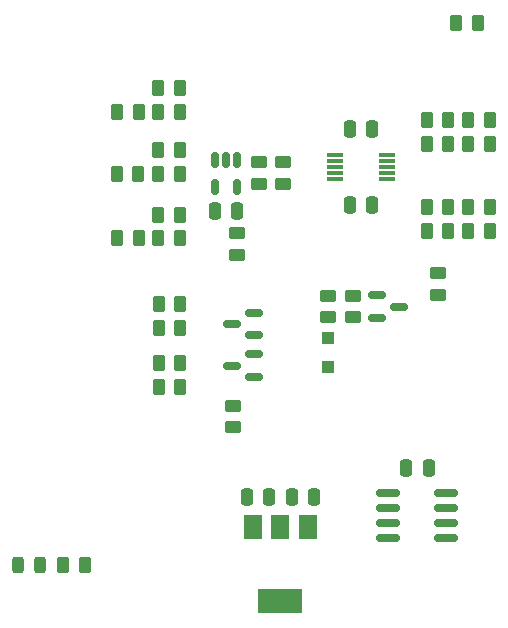
<source format=gbr>
%TF.GenerationSoftware,KiCad,Pcbnew,(6.0.7)*%
%TF.CreationDate,2022-10-07T02:42:22+02:00*%
%TF.ProjectId,RGB-YPbPr-Converter,5247422d-5950-4625-9072-2d436f6e7665,rev?*%
%TF.SameCoordinates,Original*%
%TF.FileFunction,Paste,Top*%
%TF.FilePolarity,Positive*%
%FSLAX46Y46*%
G04 Gerber Fmt 4.6, Leading zero omitted, Abs format (unit mm)*
G04 Created by KiCad (PCBNEW (6.0.7)) date 2022-10-07 02:42:22*
%MOMM*%
%LPD*%
G01*
G04 APERTURE LIST*
G04 Aperture macros list*
%AMRoundRect*
0 Rectangle with rounded corners*
0 $1 Rounding radius*
0 $2 $3 $4 $5 $6 $7 $8 $9 X,Y pos of 4 corners*
0 Add a 4 corners polygon primitive as box body*
4,1,4,$2,$3,$4,$5,$6,$7,$8,$9,$2,$3,0*
0 Add four circle primitives for the rounded corners*
1,1,$1+$1,$2,$3*
1,1,$1+$1,$4,$5*
1,1,$1+$1,$6,$7*
1,1,$1+$1,$8,$9*
0 Add four rect primitives between the rounded corners*
20,1,$1+$1,$2,$3,$4,$5,0*
20,1,$1+$1,$4,$5,$6,$7,0*
20,1,$1+$1,$6,$7,$8,$9,0*
20,1,$1+$1,$8,$9,$2,$3,0*%
G04 Aperture macros list end*
%ADD10RoundRect,0.250000X0.262500X0.450000X-0.262500X0.450000X-0.262500X-0.450000X0.262500X-0.450000X0*%
%ADD11RoundRect,0.250000X-0.262500X-0.450000X0.262500X-0.450000X0.262500X0.450000X-0.262500X0.450000X0*%
%ADD12RoundRect,0.250000X0.250000X0.475000X-0.250000X0.475000X-0.250000X-0.475000X0.250000X-0.475000X0*%
%ADD13RoundRect,0.150000X-0.825000X-0.150000X0.825000X-0.150000X0.825000X0.150000X-0.825000X0.150000X0*%
%ADD14R,1.000000X1.000000*%
%ADD15RoundRect,0.250000X0.450000X-0.262500X0.450000X0.262500X-0.450000X0.262500X-0.450000X-0.262500X0*%
%ADD16RoundRect,0.250000X-0.450000X0.262500X-0.450000X-0.262500X0.450000X-0.262500X0.450000X0.262500X0*%
%ADD17R,1.400000X0.300000*%
%ADD18R,3.800000X2.000000*%
%ADD19R,1.500000X2.000000*%
%ADD20RoundRect,0.150000X-0.587500X-0.150000X0.587500X-0.150000X0.587500X0.150000X-0.587500X0.150000X0*%
%ADD21RoundRect,0.150000X0.587500X0.150000X-0.587500X0.150000X-0.587500X-0.150000X0.587500X-0.150000X0*%
%ADD22RoundRect,0.250000X-0.250000X-0.475000X0.250000X-0.475000X0.250000X0.475000X-0.250000X0.475000X0*%
%ADD23RoundRect,0.150000X-0.150000X0.512500X-0.150000X-0.512500X0.150000X-0.512500X0.150000X0.512500X0*%
%ADD24RoundRect,0.243750X-0.243750X-0.456250X0.243750X-0.456250X0.243750X0.456250X-0.243750X0.456250X0*%
G04 APERTURE END LIST*
D10*
%TO.C,R30*%
X145612500Y-133600000D03*
X143787500Y-133600000D03*
%TD*%
%TO.C,R28*%
X145612500Y-124200000D03*
X143787500Y-124200000D03*
%TD*%
D11*
%TO.C,R26*%
X147287500Y-131600000D03*
X149112500Y-131600000D03*
%TD*%
%TO.C,R25*%
X147287500Y-126200000D03*
X149112500Y-126200000D03*
%TD*%
%TO.C,R14*%
X121037500Y-123500000D03*
X122862500Y-123500000D03*
%TD*%
%TO.C,R13*%
X121037500Y-128750000D03*
X122862500Y-128750000D03*
%TD*%
%TO.C,R12*%
X121037500Y-134221951D03*
X122862500Y-134221951D03*
%TD*%
D12*
%TO.C,C2*%
X130442267Y-156100000D03*
X128542267Y-156100000D03*
%TD*%
%TO.C,C8*%
X139150000Y-125000000D03*
X137250000Y-125000000D03*
%TD*%
D13*
%TO.C,U2*%
X140464541Y-155795000D03*
X140464541Y-157065000D03*
X140464541Y-158335000D03*
X140464541Y-159605000D03*
X145414541Y-159605000D03*
X145414541Y-158335000D03*
X145414541Y-157065000D03*
X145414541Y-155795000D03*
%TD*%
D14*
%TO.C,D2*%
X135400000Y-145150000D03*
X135400000Y-142650000D03*
%TD*%
D15*
%TO.C,R20*%
X144700000Y-139012500D03*
X144700000Y-137187500D03*
%TD*%
D16*
%TO.C,R18*%
X127700000Y-133787500D03*
X127700000Y-135612500D03*
%TD*%
D17*
%TO.C,U4*%
X140400000Y-127200000D03*
X140400000Y-127700000D03*
X140400000Y-128200000D03*
X140400000Y-128700000D03*
X140400000Y-129200000D03*
X136000000Y-129200000D03*
X136000000Y-128700000D03*
X136000000Y-128200000D03*
X136000000Y-127700000D03*
X136000000Y-127200000D03*
%TD*%
D15*
%TO.C,R15*%
X135400000Y-140912500D03*
X135400000Y-139087500D03*
%TD*%
D11*
%TO.C,R10*%
X117520195Y-128750000D03*
X119345195Y-128750000D03*
%TD*%
%TO.C,R4*%
X122912500Y-144797257D03*
X121087500Y-144797257D03*
%TD*%
%TO.C,R9*%
X119412500Y-134221951D03*
X117587500Y-134221951D03*
%TD*%
D16*
%TO.C,R17*%
X137500000Y-139087500D03*
X137500000Y-140912500D03*
%TD*%
%TO.C,R16*%
X131600000Y-127787500D03*
X131600000Y-129612500D03*
%TD*%
D18*
%TO.C,U1*%
X131392267Y-164950000D03*
D19*
X129092267Y-158650000D03*
X131392267Y-158650000D03*
X133692267Y-158650000D03*
%TD*%
D11*
%TO.C,R23*%
X143787500Y-131600000D03*
X145612500Y-131600000D03*
%TD*%
%TO.C,R7*%
X122856250Y-132228201D03*
X121031250Y-132228201D03*
%TD*%
D20*
%TO.C,Q3*%
X139562500Y-139050000D03*
X139562500Y-140950000D03*
X141437500Y-140000000D03*
%TD*%
D11*
%TO.C,R22*%
X146287500Y-116000000D03*
X148112500Y-116000000D03*
%TD*%
D12*
%TO.C,C9*%
X137250000Y-131400000D03*
X139150000Y-131400000D03*
%TD*%
D11*
%TO.C,R24*%
X112987500Y-161900000D03*
X114812500Y-161900000D03*
%TD*%
D21*
%TO.C,Q2*%
X129137500Y-142450000D03*
X129137500Y-140550000D03*
X127262500Y-141500000D03*
%TD*%
D11*
%TO.C,R5*%
X121087500Y-141800000D03*
X122912500Y-141800000D03*
%TD*%
D10*
%TO.C,R27*%
X147287500Y-124200000D03*
X149112500Y-124200000D03*
%TD*%
D22*
%TO.C,C3*%
X134242267Y-156100000D03*
X132342267Y-156100000D03*
%TD*%
D10*
%TO.C,R29*%
X149112500Y-133600000D03*
X147287500Y-133600000D03*
%TD*%
D23*
%TO.C,U3*%
X127750000Y-127562500D03*
X126800000Y-127562500D03*
X125850000Y-127562500D03*
X125850000Y-129837500D03*
X127750000Y-129837500D03*
%TD*%
D11*
%TO.C,R2*%
X122912500Y-139800000D03*
X121087500Y-139800000D03*
%TD*%
D15*
%TO.C,R19*%
X129600000Y-129612500D03*
X129600000Y-127787500D03*
%TD*%
D11*
%TO.C,R11*%
X117587500Y-123502003D03*
X119412500Y-123502003D03*
%TD*%
%TO.C,R6*%
X122856250Y-126756250D03*
X121031250Y-126756250D03*
%TD*%
D24*
%TO.C,D3*%
X109162500Y-161900000D03*
X111037500Y-161900000D03*
%TD*%
D21*
%TO.C,Q1*%
X127262500Y-145000000D03*
X129137500Y-144050000D03*
X129137500Y-145950000D03*
%TD*%
D11*
%TO.C,R21*%
X145612500Y-126200000D03*
X143787500Y-126200000D03*
%TD*%
D12*
%TO.C,C5*%
X125850000Y-131937500D03*
X127750000Y-131937500D03*
%TD*%
D11*
%TO.C,R3*%
X121031250Y-121506250D03*
X122856250Y-121506250D03*
%TD*%
%TO.C,R1*%
X121087500Y-146850000D03*
X122912500Y-146850000D03*
%TD*%
D15*
%TO.C,R8*%
X127400000Y-148387500D03*
X127400000Y-150212500D03*
%TD*%
D12*
%TO.C,C4*%
X142034429Y-153700000D03*
X143934429Y-153700000D03*
%TD*%
M02*

</source>
